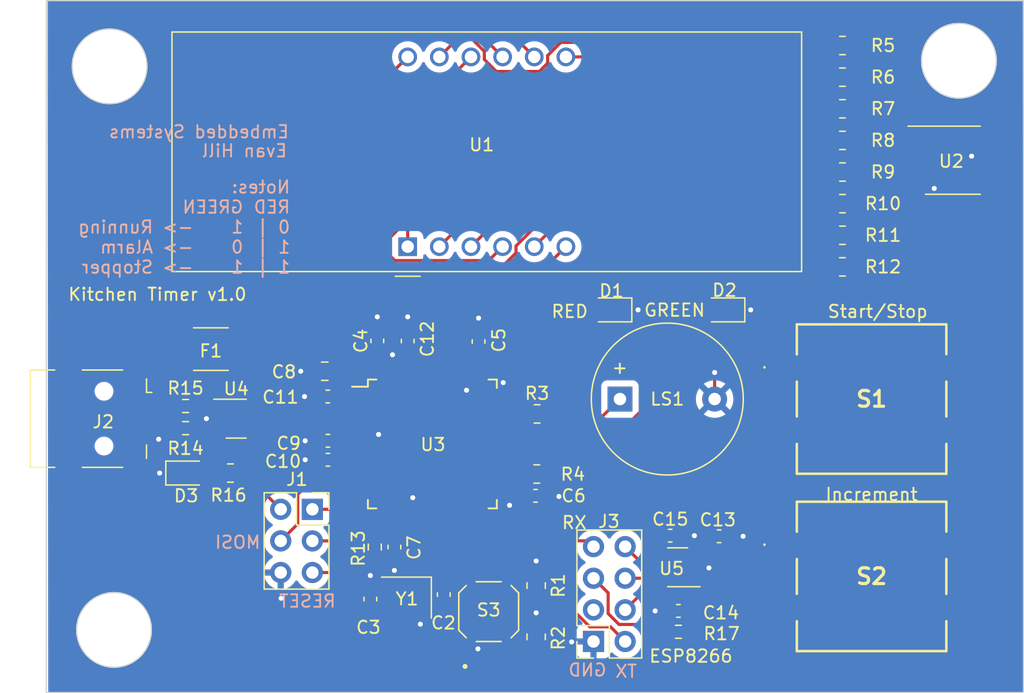
<source format=kicad_pcb>
(kicad_pcb (version 20221018) (generator pcbnew)
  (layers (0 "F.Cu" signal) (31 "B.Cu" signal) (34 "B.Paste" user) (35 "F.Paste" user) (36 "B.SilkS" user "B.Silkscreen") (37 "F.SilkS" user "F.Silkscreen") (38 "B.Mask" user) (39 "F.Mask" user) (44 "Edge.Cuts" user))
  (net 0 "")
  (net 1 "Buzzer")
  (net 2 "GND")
  (net 3 "Net-(D1-A)")
  (net 4 "Net-(D2-A)")
  (net 5 "Net-(U5-BP)")
  (net 6 "+3.3V")
  (net 7 "/a")
  (net 8 "Net-(U1-a)")
  (net 9 "/b")
  (net 10 "Net-(U1-b)")
  (net 11 "/c")
  (net 12 "Net-(U1-c)")
  (net 13 "/d")
  (net 14 "Net-(U1-d)")
  (net 15 "/e")
  (net 16 "Net-(U1-e)")
  (net 17 "/f")
  (net 18 "Net-(U1-f)")
  (net 19 "/g")
  (net 20 "Net-(U1-g)")
  (net 21 "/dp")
  (net 22 "Net-(U1-DPX)")
  (net 24 "AREF")
  (net 25 "+5V")
  (net 27 "Net-(J2-VBUS)")
  (net 28 "GREEN_LED")
  (net 29 "RED_LED")
  (net 31 "XTAL1")
  (net 32 "XTAL2")
  (net 33 "Net-(D3-A)")
  (net 34 "Net-(J2-D-)")
  (net 35 "RESET")
  (net 36 "USB_CONN_D+")
  (net 37 "USB_CONN_D-")
  (net 38 "Net-(J2-D+)")
  (net 39 "Dig4")
  (net 40 "Dig3")
  (net 42 "Dig2")
  (net 43 "Dig1")
  (net 44 "SH_CP")
  (net 45 "USB_D-")
  (net 46 "USB_D+")
  (net 47 "UCAP")
  (net 49 "SCK")
  (net 51 "MOSI")
  (net 52 "MISO")
  (net 53 "Button_2")
  (net 54 "Button_1")
  (net 55 "TX")
  (net 56 "RX")
  (net 57 "ST_CP")
  (net 58 "DS")
  (net 59 "unconnected-(J2-Shield-Pad6)")
  (net 67 "Net-(J3-Pin_5)")
  (footprint "Capacitor_SMD:C_0603_1608Metric" (layer "F.Cu") (at 165.354 85.09 180)
    (fp_text reference "C9")
    (fp_text value "1 uF")
  )
  (footprint "Resistor_SMD:R_0805_2012Metric" (layer "F.Cu") (at 182.118 87.757)
    (fp_text reference "R4")
    (fp_text value "330")
  )
  (footprint "Resistor_SMD:R_0805_2012Metric" (layer "F.Cu") (at 206.6525 71.12 180)
    (fp_text reference "R12")
    (fp_text value "100")
  )
  (footprint "LED_SMD:LED_0805_2012Metric" (layer "F.Cu") (at 154.0256 87.6808)
    (fp_text reference "D3")
    (fp_text value "LED")
  )
  (footprint "Capacitor_SMD:C_0603_1608Metric" (layer "F.Cu") (at 165.341 81.534 180)
    (fp_text reference "C11")
    (fp_text value "0.1 uF")
  )
  (footprint "Resistor_SMD:R_0805_2012Metric" (layer "F.Cu") (at 182.0672 100.838 90)
    (fp_text reference "R2")
    (fp_text value "10k")
  )
  (footprint "Capacitor_SMD:C_0603_1608Metric" (layer "F.Cu") (at 196.7484 92.7608)
    (fp_text reference "C13")
    (fp_text value "1 uF")
  )
  (footprint "Resistor_SMD:R_0805_2012Metric" (layer "F.Cu") (at 206.6525 68.58 180)
    (fp_text reference "R11")
    (fp_text value "100")
  )
  (footprint "Connector_USB:USB_Mini-B_Lumberg_2486_01_Horizontal" (layer "F.Cu") (at 147.379 83.312 -90)
    (fp_text reference "J2")
    (fp_text value "USB_B_Mini")
  )
  (footprint "Resistor_SMD:R_0805_2012Metric" (layer "F.Cu") (at 182.0672 96.7213 90)
    (fp_text reference "R1")
    (fp_text value "10k")
  )
  (footprint "Capacitor_SMD:C_0603_1608Metric" (layer "F.Cu") (at 177.4444 77.1144 90)
    (fp_text reference "C5")
    (fp_text value "0.1 uF")
  )
  (footprint "Resistor_SMD:R_0603_1608Metric" (layer "F.Cu") (at 153.924 84.074)
    (fp_text reference "R14")
    (fp_text value "22")
  )
  (footprint "PTS125_SMD_Button:PTS125_SMD_Button" (layer "F.Cu") (at 208.9912 95.984)
    (fp_text reference "S2")
    (fp_text value "PTS125SM43SMTR21M_LFS" hide)
  )
  (footprint "Package_QFP:TQFP-44_10x10mm_P0.8mm" (layer "F.Cu") (at 173.736 85.344)
    (fp_text reference "U3")
    (fp_text value "ATmega32U4-A")
  )
  (footprint "Connector_PinSocket_2.54mm:PinSocket_2x03_P2.54mm_Vertical" (layer "F.Cu") (at 164.104 90.5914)
    (fp_text reference "J1")
    (fp_text value "AVR-ISP-6")
  )
  (footprint "Resistor_SMD:R_0805_2012Metric" (layer "F.Cu") (at 157.5289 87.6808 180)
    (fp_text reference "R16")
    (fp_text value "1k")
  )
  (footprint "PTS526_SMD_Button:PTS526_SMD_Button" (layer "F.Cu") (at 178.2572 98.8121 90)
    (fp_text reference "S3")
    (fp_text value "PTS526_SM08_SMTR2_LFS")
  )
  (footprint "Connector_PinSocket_2.54mm:PinSocket_2x04_P2.54mm_Vertical" (layer "F.Cu") (at 186.67 101.209 180)
    (fp_text reference "J3")
    (fp_text value "ESP_Conn")
  )
  (footprint "Capacitor_SMD:C_0603_1608Metric" (layer "F.Cu") (at 182.0164 89.5096)
    (fp_text reference "C6")
    (fp_text value "0.1 uF")
  )
  (footprint "LED_SMD:LED_0805_2012Metric" (layer "F.Cu") (at 197.1317 74.5744 180)
    (fp_text reference "D2")
    (fp_text value "LED")
  )
  (footprint "Resistor_SMD:R_0805_2012Metric" (layer "F.Cu") (at 206.6525 58.42 180)
    (fp_text reference "R7")
    (fp_text value "100")
  )
  (footprint "Package_TO_SOT_SMD:SOT-23-6" (layer "F.Cu") (at 157.988 83.312)
    (fp_text reference "U4")
    (fp_text value "USBLC6-2SC6")
  )
  (footprint "LED_SMD:LED_0805_2012Metric" (layer "F.Cu") (at 188.0616 74.5744 180)
    (fp_text reference "D1")
    (fp_text value "LED")
  )
  (footprint "Capacitor_SMD:C_0603_1608Metric" (layer "F.Cu") (at 193.4842 98.7552 180)
    (fp_text reference "C14")
    (fp_text value "2.2 uF")
  )
  (footprint "Package_SO:TSSOP-16_4.4x5mm_P0.65mm" (layer "F.Cu") (at 215.519 62.5525)
    (fp_text reference "U2")
    (fp_text value "74HC595")
  )
  (footprint "Display_7Segment:CA56-12EWA" (layer "F.Cu") (at 171.7548 69.4944 90)
    (fp_text reference "U1")
    (fp_text value "CA56-12EWA")
  )
  (footprint "Resistor_SMD:R_0603_1608Metric" (layer "F.Cu") (at 193.485 100.4316 180)
    (fp_text reference "R17")
    (fp_text value "10k")
  )
  (footprint "Fuse:Fuse_1812_4532Metric" (layer "F.Cu") (at 155.956 77.724)
    (fp_text reference "F1")
    (fp_text value "PTC SMD")
  )
  (footprint "Capacitor_SMD:C_0603_1608Metric" (layer "F.Cu") (at 171.7548 77.0766 90)
    (fp_text reference "C12")
    (fp_text value "0.1 uF")
  )
  (footprint "Resistor_SMD:R_0805_2012Metric" (layer "F.Cu") (at 206.6525 60.96 180)
    (fp_text reference "R8")
    (fp_text value "100")
  )
  (footprint "PTS125_SMD_Button:PTS125_SMD_Button" (layer "F.Cu") (at 208.9912 81.7372)
    (fp_text reference "S1")
    (fp_text value "PTS125SM43SMTR21M_LFS" hide)
  )
  (footprint "Package_TO_SOT_SMD:SOT-23-5" (layer "F.Cu") (at 193.421 95.25 180)
    (fp_text reference "U5")
    (fp_text value "LP2985-3.3")
  )
  (footprint "Capacitor_SMD:C_0603_1608Metric" (layer "F.Cu") (at 169.3164 77.0636 90)
    (fp_text reference "C4")
    (fp_text value "0.1 uF")
  )
  (footprint "Resistor_SMD:R_0603_1608Metric" (layer "F.Cu") (at 169.1132 93.6244 90)
    (fp_text reference "R13")
    (fp_text value "10k")
  )
  (footprint "Capacitor_SMD:C_0603_1608Metric" (layer "F.Cu") (at 170.688 93.6244 -90)
    (fp_text reference "C7")
    (fp_text value "0.1 uF")
  )
  (footprint "Resistor_SMD:R_0805_2012Metric" (layer "F.Cu") (at 206.6525 63.5 180)
    (fp_text reference "R9")
    (fp_text value "100")
  )
  (footprint "Buzzer_Beeper:Buzzer_12x9.5RM7.6" (layer "F.Cu") (at 188.7928 81.7372)
    (fp_text reference "LS1")
    (fp_text value "Speaker")
  )
  (footprint "Resistor_SMD:R_0805_2012Metric" (layer "F.Cu") (at 206.6525 66.04 180)
    (fp_text reference "R10")
    (fp_text value "100")
  )
  (footprint "Resistor_SMD:R_0805_2012Metric" (layer "F.Cu") (at 182.1415 82.931)
    (fp_text reference "R3")
    (fp_text value "330")
  )
  (footprint "Resistor_SMD:R_0603_1608Metric" (layer "F.Cu") (at 153.924 82.296)
    (fp_text reference "R15")
    (fp_text value "22")
  )
  (footprint "Crystal:Crystal_SMD_Abracon_ABM8G-4Pin_3.2x2.5mm" (layer "F.Cu") (at 171.6532 97.6884 180)
    (fp_text reference "Y1")
    (fp_text value "16 MHz")
  )
  (footprint "Capacitor_SMD:C_0603_1608Metric" (layer "F.Cu") (at 192.8238 92.71)
    (fp_text reference "C15")
    (fp_text value "10 nF")
  )
  (footprint "Capacitor_SMD:C_0805_2012Metric" (layer "F.Cu") (at 165.1 79.502 180)
    (fp_text reference "C8")
    (fp_text value "10 uF")
  )
  (footprint "Capacitor_SMD:C_0603_1608Metric" (layer "F.Cu") (at 165.354 86.614 180)
    (fp_text reference "C10")
    (fp_text value "0.1 uF")
  )
  (footprint "Resistor_SMD:R_0805_2012Metric" (layer "F.Cu") (at 206.6525 53.34 180)
    (fp_text reference "R5")
    (fp_text value "100")
  )
  (footprint "Capacitor_SMD:C_0603_1608Metric" (layer "F.Cu") (at 174.6504 97.4474 -90)
    (fp_text reference "C2")
    (fp_text value "22 pF")
  )
  (footprint "Resistor_SMD:R_0805_2012Metric" (layer "F.Cu") (at 206.6525 55.88 180)
    (fp_text reference "R6")
    (fp_text value "100")
  )
  (footprint "Capacitor_SMD:C_0603_1608Metric" (layer "F.Cu") (at 168.7576 97.803 90)
    (fp_text reference "C3")
    (fp_text value "22 pF")
  )
  (gr_circle (center 148.1836 100.2792) (end 151.1836 100.2792) (stroke (width 0.1)) (fill none) (layer "Edge.Cuts"))
  (gr_circle (center 216.0016 54.562) (end 219.0016 54.562) (stroke (width 0.1)) (fill none) (layer "Edge.Cuts"))
  (gr_rect (start 142.748 49.7332) (end 221.1832 105.3084) (stroke (width 0.1)) (fill none) (layer "Edge.Cuts"))
  (gr_circle (center 147.828 55.0136) (end 150.828 55.0136) (stroke (width 0.1)) (fill none) (layer "Edge.Cuts"))
  (gr_text "GND" (at 187.8076 104.0892) (layer "B.SilkS") (effects (font (size 1 1)) (justify left bottom mirror)))
  (gr_text "TX" (at 190.246 104.1908) (layer "B.SilkS") (effects (font (size 1 1)) (justify left bottom mirror)))
  (gr_text "Notes:\nRED	GREEN\n0 |	1	-> Running\n1 |	0	-> Alarm\n1 |	1	-> Stopper" (at 162.4076 71.7296) (layer "B.SilkS") (effects (font (size 1 1)) (justify left bottom mirror)))
  (gr_text "Embedded Systems" (at 162.306 60.8584) (layer "B.SilkS") (effects (font (size 1 1)) (justify left bottom mirror)))
  (gr_text "Evan Hill" (at 162.1536 62.3824) (layer "B.SilkS") (effects (font (size 1 1)) (justify left bottom mirror)))
  (gr_text "RESET" (at 166.0652 98.552) (layer "B.SilkS") (effects (font (size 1 1)) (justify left bottom mirror)))
  (gr_text "MOSI" (at 160.02 93.8276) (layer "B.SilkS") (effects (font (size 1 1)) (justify left bottom mirror)))
  (gr_text "RED" (at 184.7596 75.2856) (layer "F.SilkS") (effects (font (size 1 1)) (justify bottom)))
  (gr_text "RX" (at 184.0484 92.2528) (layer "F.SilkS") (effects (font (size 1 1)) (justify left bottom)))
  (gr_text "Increment\n" (at 208.9912 89.984) (layer "F.SilkS") (effects (font (size 1 1)) (justify bottom)))
  (gr_text "ESP8266" (at 191.0588 102.9716) (layer "F.SilkS") (effects (font (size 1 1)) (justify left bottom)))
  (gr_text "GREEN" (at 190.6524 75.184) (layer "F.SilkS") (effects (font (size 1 1)) (justify left bottom)))
  (gr_text "Start/Stop" (at 205.3844 75.2856) (layer "F.SilkS") (effects (font (size 1 1)) (justify left bottom)))
  (gr_text "Kitchen Timer v1.0" (at 144.4244 73.914) (layer "F.SilkS") (effects (font (size 1 1)) (justify left bottom)))
  (segment (start 184.366 86.144) (end 179.436 86.144) (width 0.25) (layer "F.Cu") (net 1))
  (segment (start 188.7728 81.7372) (end 184.366 86.144) (width 0.25) (layer "F.Cu") (net 1))
  (segment (start 188.7928 81.7372) (end 188.7728 81.7372) (width 0.25) (layer "F.Cu") (net 1))
  (segment (start 163.4744 81.534) (end 164.566 81.534) (width 0.25) (layer "F.Cu") (net 2))
  (segment (start 171.7548 75.1332) (end 171.7548 76.3016) (width 0.25) (layer "F.Cu") (net 2))
  (segment (start 161.564 97.7084) (end 161.5948 97.7392) (width 0.25) (layer "F.Cu") (net 2))
  (segment (start 182.7914 89.5096) (end 183.8452 89.5096) (width 0.25) (layer "F.Cu") (net 2))
  (segment (start 172.7708 99.822) (end 172.7708 98.556) (width 0.25) (layer "F.Cu") (net 2))
  (segment (start 176.4792 81.026) (end 176.936 80.5692) (width 0.25) (layer "F.Cu") (net 2))
  (segment (start 182.0672 98.9076) (end 182.0672 99.9255) (width 0.25) (layer "F.Cu") (net 2))
  (segment (start 217.0201 62.2275) (end 217.0176 62.23) (width 0.25) (layer "F.Cu") (net 2))
  (segment (start 172.1612 91.0188) (end 172.136 91.044) (width 0.25) (layer "F.Cu") (net 2))
  (segment (start 184.912 101.2444) (end 186.6346 101.2444) (width 0.25) (layer "F.Cu") (net 2))
  (segment (start 168.7576 97.028) (end 168.7576 95.9104) (width 0.25) (layer "F.Cu") (net 2))
  (segment (start 151.714 84.912) (end 151.765 84.963) (width 0.25) (layer "F.Cu") (net 2))
  (segment (start 179.436 89.774) (end 179.436 89.344) (width 0.25) (layer "F.Cu") (net 2))
  (segment (start 163.1696 79.502) (end 164.15 79.502) (width 0.25) (layer "F.Cu") (net 2))
  (segment (start 170.5356 79.6436) (end 170.536 79.644) (width 0.25) (layer "F.Cu") (net 2))
  (segment (start 179.9336 90.2716) (end 179.436 89.774) (width 0.25) (layer "F.Cu") (net 2))
  (segment (start 153.0881 87.6808) (end 151.8412 87.6808) (width 0.25) (layer "F.Cu") (net 2))
  (segment (start 170.688 95.504) (end 170.688 94.3994) (width 0.25) (layer "F.Cu") (net 2))
  (segment (start 194.5585 95.25) (end 195.8848 95.25) (width 0.25) (layer "F.Cu") (net 2))
  (segment (start 156.8505 83.312) (end 155.6004 83.312) (width 0.25) (layer "F.Cu") (net 2))
  (segment (start 172.1612 89.662) (end 172.1612 91.0188) (width 0.25) (layer "F.Cu") (net 2))
  (segment (start 169.418 84.582) (end 168.074 84.582) (width 0.25) (layer "F.Cu") (net 2))
  (segment (start 163.5252 85.09) (end 164.579 85.09) (width 0.25) (layer "F.Cu") (net 2))
  (segment (start 179.4256 80.4164) (end 179.4256 81.3336) (width 0.25) (layer "F.Cu") (net 2))
  (segment (start 173.0692 98.2224) (end 172.7532 98.5384) (width 0.25) (layer "F.Cu") (net 2))
  (segment (start 199.2884 74.5744) (end 198.0692 74.5744) (width 0.25) (layer "F.Cu") (net 2))
  (segment (start 172.7708 98.556) (end 172.7532 98.5384) (width 0.25) (layer "F.Cu") (net 2))
  (segment (start 161.564 95.6714) (end 161.564 97.7084) (width 0.25) (layer "F.Cu") (net 2))
  (segment (start 169.3164 75.1332) (end 169.3164 76.2886) (width 0.25) (layer "F.Cu") (net 2))
  (segment (start 177.4444 75.2348) (end 177.4444 76.3394) (width 0.25) (layer "F.Cu") (net 2))
  (segment (start 183.8452 89.5096) (end 183.896 89.5604) (width 0.25) (layer "F.Cu") (net 2))
  (segment (start 196.3928 79.6036) (end 196.3928 81.7372) (width 0.25) (layer "F.Cu") (net 2))
  (segment (start 174.6504 98.2224) (end 173.0692 98.2224) (width 0.25) (layer "F.Cu") (net 2))
  (segment (start 170.5532 96.8384) (end 170.5532 95.6388) (width 0.25) (layer "F.Cu") (net 2))
  (segment (start 194.7672 92.71) (end 193.5988 92.71) (width 0.25) (layer "F.Cu") (net 2))
  (segment (start 212.6632 64.8208) (end 212.6565 64.8275) (width 0.25) (layer "F.Cu") (net 2))
  (segment (start 170.5532 95.6388) (end 170.688 95.504) (width 0.25) (layer "F.Cu") (net 2))
  (segment (start 150.079 84.912) (end 151.714 84.912) (width 0.25) (layer "F.Cu") (net 2))
  (segment (start 163.5252 86.614) (end 164.579 86.614) (width 0.25) (layer "F.Cu") (net 2))
  (segment (start 198.6788 92.7608) (end 197.5234 92.7608) (width 0.25) (layer "F.Cu") (net 2))
  (segment (start 168.074 84.582) (end 168.036 84.544) (width 0.25) (layer "F.Cu") (net 2))
  (segment (start 195.8848 95.25) (end 195.9356 95.3008) (width 0.25) (layer "F.Cu") (net 2))
  (segment (start 182.0672 94.742) (end 182.0672 95.8088) (width 0.25) (layer "F.Cu") (net 2))
  (segment (start 190.246 74.5744) (end 188.9991 74.5744) (width 0.25) (layer "F.Cu") (net 2))
  (segment (start 176.4161 101.8032) (end 176.4072 101.8121) (width 0.25) (layer "F.Cu") (net 2))
  (segment (start 214.0204 64.8208) (end 212.6632 64.8208) (width 0.25) (layer "F.Cu") (net 2))
  (segment (start 179.4256 81.3336) (end 179.436 81.344) (width 0.25) (layer "F.Cu") (net 2))
  (segment (start 218.3815 62.2275) (end 217.0201 62.2275) (width 0.25) (layer "F.Cu") (net 2))
  (segment (start 186.6346 101.2444) (end 186.67 101.209) (width 0.25) (layer "F.Cu") (net 2))
  (segment (start 192.7092 98.7552) (end 191.6176 98.7552) (width 0.25) (layer "F.Cu") (net 2))
  (segment (start 176.936 80.5692) (end 176.936 79.644) (width 0.25) (layer "F.Cu") (net 2))
  (segment (start 170.5356 78.1812) (end 170.5356 79.6436) (width 0.25) (layer "F.Cu") (net 2))
  (segment (start 177.3936 101.8032) (end 176.4161 101.8032) (width 0.25) (layer "F.Cu") (net 2))
  (via (at 177.3936 101.8032) (size 0.8) (drill 0.4) (layers "F.Cu" "B.Cu") (net 2))
  (via (at 199.2884 74.5744) (size 0.8) (drill 0.4) (layers "F.Cu" "B.Cu") (net 2))
  (via (at 169.3164 75.1332) (size 0.8) (drill 0.4) (layers "F.Cu" "B.Cu") (net 2))
  (via (at 172.1612 89.662) (size 0.8) (drill 0.4) (layers "F.Cu" "B.Cu") (net 2))
  (via (at 182.0672 98.9076) (size 0.8) (drill 0.4) (layers "F.Cu" "B.Cu") (net 2))
  (via (at 176.4792 81.026) (size 0.8) (drill 0.4) (layers "F.Cu" "B.Cu") (net 2))
  (via (at 151.8412 87.6808) (size 0.8) (drill 0.4) (layers "F.Cu" "B.Cu") (net 2))
  (via (at 163.5252 85.09) (size 0.8) (drill 0.4) (layers "F.Cu" "B.Cu") (net 2))
  (via (at 184.912 101.2444) (size 0.8) (drill 0.4) (layers "F.Cu" "B.Cu") (net 2))
  (via (at 172.7708 99.822) (size 0.8) (drill 0.4) (layers "F.Cu" "B.Cu") (net 2))
  (via (at 171.7548 75.1332) (size 0.8) (drill 0.4) (layers "F.Cu" "B.Cu") (net 2))
  (via (at 217.0176 62.23) (size 0.8) (drill 0.4) (layers "F.Cu" "B.Cu") (net 2))
  (via (at 169.418 84.582) (size 0.8) (drill 0.4) (layers "F.Cu" "B.Cu") (net 2))
  (via (at 179.9336 90.2716) (size 0.8) (drill 0.4) (layers "F.Cu" "B.Cu") (net 2))
  (via (at 214.0204 64.8208) (size 0.8) (drill 0.4) (layers "F.Cu" "B.Cu") (net 2))
  (via (at 163.1696 79.502) (size 0.8) (drill 0.4) (layers "F.Cu" "B.Cu") (net 2))
  (via (at 170.688 95.504) (size 0.8) (drill 0.4) (layers "F.Cu" "B.Cu") (net 2))
  (via (at 151.765 84.963) (size 0.8) (drill 0.4) (layers "F.Cu" "B.Cu") (net 2))
  (via (at 163.5252 86.614) (size 0.8) (drill 0.4) (layers "F.Cu" "B.Cu") (net 2))
  (via (at 163.4744 81.534) (size 0.8) (drill 0.4) (layers "F.Cu" "B.Cu") (net 2))
  (via (at 155.6004 83.312) (size 0.8) (drill 0.4) (layers "F.Cu" "B.Cu") (net 2))
  (via (at 195.9356 95.3008) (size 0.8) (drill 0.4) (layers "F.Cu" "B.Cu") (net 2))
  (via (at 179.4256 80.4164) (size 0.8) (drill 0.4) (layers "F.Cu" "B.Cu") (net 2))
  (via (at 191.6176 98.7552) (size 0.8) (drill 0.4) (layers "F.Cu" "B.Cu") (net 2))
  (via (at 190.246 74.5744) (size 0.8) (drill 0.4) (layers "F.Cu" "B.Cu") (net 2))
  (via (at 182.0672 94.742) (size 0.8) (drill 0.4) (layers "F.Cu" "B.Cu") (net 2))
  (via (at 194.7672 92.71) (size 0.8) (drill 0.4) (layers "F.Cu" "B.Cu") (net 2))
  (via (at 196.3928 79.6036) (size 0.8) (drill 0.4) (layers "F.Cu" "B.Cu") (net 2))
  (via (at 168.7576 95.9104) (size 0.8) (drill 0.4) (layers "F.Cu" "B.Cu") (net 2))
  (via (at 170.5356 78.1812) (size 0.8) (drill 0.4) (layers "F.Cu" "B.Cu") (net 2))
  (via (at 161.5948 97.7392) (size 0.8) (drill 0.4) (layers "F.Cu" "B.Cu") (net 2))
  (via (at 177.4444 75.2348) (size 0.8) (drill 0.4) (layers "F.Cu" "B.Cu") (net 2))
  (via (at 198.6788 92.7608) (size 0.8) (drill 0.4) (layers "F.Cu" "B.Cu") (net 2))
  (via (at 183.896 89.5604) (size 0.8) (drill 0.4) (layers "F.Cu" "B.Cu") (net 2))
  (segment (start 187.1241 78.0011) (end 183.054 82.0712) (width 0.25) (layer "F.Cu") (net 3))
  (segment (start 187.1241 74.5744) (end 187.1241 78.0011) (width 0.25) (layer "F.Cu") (net 3))
  (segment (start 183.054 82.0712) (end 183.054 82.931) (width 0.25) (layer "F.Cu") (net 3))
  (segment (start 196.1942 74.5744) (end 196.1942 76.9858) (width 0.25) (layer "F.Cu") (net 4))
  (segment (start 185.423 87.757) (end 183.0305 87.757) (width 0.25) (layer "F.Cu") (net 4))
  (segment (start 196.1942 76.9858) (end 185.423 87.757) (width 0.25) (layer "F.Cu") (net 4))
  (segment (start 192.0488 92.71) (end 192.0488 94.0653) (width 0.25) (layer "F.Cu") (net 5))
  (segment (start 192.0488 94.0653) (end 192.2835 94.3) (width 0.25) (layer "F.Cu") (net 5))
  (segment (start 194.2592 98.7552) (end 195.1228 98.7552) (width 0.25) (layer "F.Cu") (net 6))
  (segment (start 195.3768 98.5012) (end 195.3768 99.3648) (width 0.25) (layer "F.Cu") (net 6))
  (segment (start 195.3768 97.536) (end 195.3768 98.5012) (width 0.25) (layer "F.Cu") (net 6))
  (segment (start 192.2835 96.2) (end 192.3644 96.2) (width 0.25) (layer "F.Cu") (net 6))
  (segment (start 192.2835 96.2) (end 191.821 96.2) (width 0.25) (layer "F.Cu") (net 6))
  (segment (start 191.679 96.2) (end 189.21 98.669) (width 0.25) (layer "F.Cu") (net 6))
  (segment (start 195.3768 99.3648) (end 194.31 100.4316) (width 0.25) (layer "F.Cu") (net 6))
  (segment (start 192.2125 96.129) (end 189.21 96.129) (width 0.25) (layer "F.Cu") (net 6))
  (segment (start 192.2835 96.2) (end 192.2125 96.129) (width 0.25) (layer "F.Cu") (net 6))
  (segment (start 193.7004 97.536) (end 195.3768 97.536) (width 0.25) (layer "F.Cu") (net 6))
  (segment (start 192.2835 96.2) (end 191.679 96.2) (width 0.25) (layer "F.Cu") (net 6))
  (segment (start 195.1228 98.7552) (end 195.3768 98.5012) (width 0.25) (layer "F.Cu") (net 6))
  (segment (start 192.3644 96.2) (end 193.7004 97.536) (width 0.25) (layer "F.Cu") (net 6))
  (segment (start 191.821 96.2) (end 189.21 93.589) (width 0.25) (layer "F.Cu") (net 6))
  (segment (start 218.3815 60.9275) (end 214.645041 60.9275) (width 0.25) (layer "F.Cu") (net 7))
  (segment (start 214.645041 60.9275) (end 207.565 53.847459) (width 0.25) (layer "F.Cu") (net 7))
  (segment (start 207.565 53.847459) (end 207.565 53.34) (width 0.25) (layer "F.Cu") (net 7))
  (segment (start 178.875 55.4228) (end 177.9098 54.4576) (width 0.25) (layer "F.Cu") (net 8))
  (segment (start 182.3212 55.4228) (end 178.875 55.4228) (width 0.25) (layer "F.Cu") (net 8))
  (segment (start 175.8696 52.6796) (end 174.2948 54.2544) (width 0.25) (layer "F.Cu") (net 8))
  (segment (start 177.9098 54.4576) (end 177.9098 53.80912) (width 0.25) (layer "F.Cu") (net 8))
  (segment (start 176.78028 52.6796) (end 175.8696 52.6796) (width 0.25) (layer "F.Cu") (net 8))
  (segment (start 182.9898 54.7542) (end 182.3212 55.4228) (width 0.25) (layer "F.Cu") (net 8))
  (segment (start 205.486 53.086) (end 184.0484 53.086) (width 0.25) (layer "F.Cu") (net 8))
  (segment (start 205.74 53.34) (end 205.486 53.086) (width 0.25) (layer "F.Cu") (net 8))
  (segment (start 177.9098 53.80912) (end 176.78028 52.6796) (width 0.25) (layer "F.Cu") (net 8))
  (segment (start 184.0484 53.086) (end 182.9898 54.1446) (width 0.25) (layer "F.Cu") (net 8))
  (segment (start 182.9898 54.1446) (end 182.9898 54.7542) (width 0.25) (layer "F.Cu") (net 8))
  (segment (start 211.328 59.643) (end 207.565 55.88) (width 0.25) (layer "F.Cu") (net 9))
  (segment (start 211.328 60.325) (end 211.328 59.643) (width 0.25) (layer "F.Cu") (net 9))
  (segment (start 211.3755 60.2775) (end 211.328 60.325) (width 0.25) (layer "F.Cu") (net 9))
  (segment (start 212.6565 60.2775) (end 211.3755 60.2775) (width 0.25) (layer "F.Cu") (net 9))
  (segment (start 205.74 55.88) (end 204.1144 54.2544) (width 0.25) (layer "F.Cu") (net 10))
  (segment (start 204.1144 54.2544) (end 184.4548 54.2544) (width 0.25) (layer "F.Cu") (net 10))
  (segment (start 208.534 58.42) (end 207.565 58.42) (width 0.25) (layer "F.Cu") (net 11))
  (segment (start 211.0415 60.9275) (end 208.534 58.42) (width 0.25) (layer "F.Cu") (net 11))
  (segment (start 212.6565 60.9275) (end 211.0415 60.9275) (width 0.25) (layer "F.Cu") (net 11))
  (segment (start 169.800396 69.298804) (end 169.800396 69.689996) (width 0.25) (layer "F.Cu") (net 12))
  (segment (start 201.2696 62.8904) (end 176.2088 62.8904) (width 0.25) (layer "F.Cu") (net 12))
  (segment (start 170.7224 70.612) (end 178.2572 70.612) (width 0.25) (layer "F.Cu") (net 12))
  (segment (start 178.2572 70.612) (end 179.3748 69.4944) (width 0.25) (layer "F.Cu") (net 12))
  (segment (start 169.800396 69.689996) (end 170.7224 70.612) (width 0.25) (layer "F.Cu") (net 12))
  (segment (start 205.74 58.42) (end 201.2696 62.8904) (width 0.25) (layer "F.Cu") (net 12))
  (segment (start 176.2088 62.8904) (end 169.800396 69.298804) (width 0.25) (layer "F.Cu") (net 12))
  (segment (start 210.947 61.595) (end 210.312 60.96) (width 0.25) (layer "F.Cu") (net 13))
  (segment (start 210.9645 61.5775) (end 210.947 61.595) (width 0.25) (layer "F.Cu") (net 13))
  (segment (start 210.312 60.96) (end 207.565 60.96) (width 0.25) (layer "F.Cu") (net 13))
  (segment (start 212.6565 61.5775) (end 210.9645 61.5775) (width 0.25) (layer "F.Cu") (net 13))
  (segment (start 174.2948 69.4944) (end 179.2642 64.525) (width 0.25) (layer "F.Cu") (net 14))
  (segment (start 206.6036 61.8236) (end 205.74 60.96) (width 0.25) (layer "F.Cu") (net 14))
  (segment (start 206.240673 64.525) (end 206.6036 64.162073) (width 0.25) (layer "F.Cu") (net 14))
  (segment (start 179.2642 64.525) (end 206.240673 64.525) (width 0.25) (layer "F.Cu") (net 14))
  (segment (start 206.6036 64.162073) (end 206.6036 61.8236) (width 0.25) (layer "F.Cu") (net 14))
  (segment (start 209.677 63.5) (end 207.565 63.5) (width 0.25) (layer "F.Cu") (net 15))
  (segment (start 212.6565 62.2275) (end 210.9495 62.2275) (width 0.25) (layer "F.Cu") (net 15))
  (segment (start 210.9495 62.2275) (end 209.677 63.5) (width 0.25) (layer "F.Cu") (net 15))
  (segment (start 176.4792 63.5) (end 171.7548 68.2244) (width 0.25) (layer "F.Cu") (net 16))
  (segment (start 205.74 63.5) (end 176.4792 63.5) (width 0.25) (layer "F.Cu") (net 16))
  (segment (start 171.7548 68.2244) (end 171.7548 69.4944) (width 0.25) (layer "F.Cu") (net 16))
  (segment (start 211.074 62.865) (end 207.899 66.04) (width 0.25) (layer "F.Cu") (net 17))
  (segment (start 211.955459 62.865) (end 211.074 62.865) (width 0.25) (layer "F.Cu") (net 17))
  (segment (start 211.967959 62.8775) (end 211.955459 62.865) (width 0.25) (layer "F.Cu") (net 17))
  (segment (start 212.6565 62.8775) (end 211.967959 62.8775) (width 0.25) (layer "F.Cu") (net 17))
  (segment (start 207.899 66.04) (end 207.565 66.04) (width 0.25) (layer "F.Cu") (net 17))
  (segment (start 169.2656 69.7992) (end 169.2656 61.8236) (width 0.25) (layer "F.Cu") (net 18))
  (segment (start 180.4498 69.9942) (end 179.382 71.062) (width 0.25) (layer "F.Cu") (net 18))
  (segment (start 180.4498 69.43912) (end 180.4498 69.9942) (width 0.25) (layer "F.Cu") (net 18))
  (segment (start 205.74 66.04) (end 183.84892 66.04) (width 0.25) (layer "F.Cu") (net 18))
  (segment (start 183.84892 66.04) (end 180.4498 69.43912) (width 0.25) (layer "F.Cu") (net 18))
  (segment (start 170.5284 71.062) (end 169.2656 69.7992) (width 0.25) (layer "F.Cu") (net 18))
  (segment (start 179.382 71.062) (end 170.5284 71.062) (width 0.25) (layer "F.Cu") (net 18))
  (segment (start 169.2656 61.8236) (end 176.8348 54.2544) (width 0.25) (layer "F.Cu") (net 18))
  (segment (start 208.661 66.167) (end 208.661 68.58) (width 0.25) (layer "F.Cu") (net 19))
  (segment (start 211.3005 63.5275) (end 208.661 66.167) (width 0.25) (layer "F.Cu") (net 19))
  (segment (start 208.661 68.58) (end 207.565 68.58) (width 0.25) (layer "F.Cu") (net 19))
  (segment (start 212.6565 63.5275) (end 211.3005 63.5275) (width 0.25) (layer "F.Cu") (net 19))
  (segment (start 184.7596 66.6496) (end 181.9148 69.4944) (width 0.25) (layer "F.Cu") (net 20))
  (segment (start 203.8096 66.6496) (end 184.7596 66.6496) (width 0.25) (layer "F.Cu") (net 20))
  (segment (start 205.74 68.58) (end 203.8096 66.6496) (width 0.25) (layer "F.Cu") (net 20))
  (segment (start 209.111 69.574) (end 207.565 71.12) (width 0.25) (layer "F.Cu") (net 21))
  (segment (start 209.111 66.479) (end 209.111 69.574) (width 0.25) (layer "F.Cu") (net 21))
  (segment (start 212.6565 64.1775) (end 211.4125 64.1775) (width 0.25) (layer "F.Cu") (net 21))
  (segment (start 211.4125 64.1775) (end 209.111 66.479) (width 0.25) (layer "F.Cu") (net 21))
  (segment (start 204.823927 65.4304) (end 180.8988 65.4304) (width 0.25) (layer "F.Cu") (net 22))
  (segment (start 180.8988 65.4304) (end 176.8348 69.4944) (width 0.25) (layer "F.Cu") (net 22))
  (segment (start 205.74 71.12) (end 206.5775 70.2825) (width 0.25) (layer "F.Cu") (net 22))
  (segment (start 206.3914 65.015) (end 205.239327 65.015) (width 0.25) (layer "F.Cu") (net 22))
  (segment (start 205.239327 65.015) (end 204.823927 65.4304) (width 0.25) (layer "F.Cu") (net 22))
  (segment (start 206.5775 70.2825) (end 206.5775 65.2011) (width 0.25) (layer "F.Cu") (net 22))
  (segment (start 206.5775 65.2011) (end 206.3914 65.015) (width 0.25) (layer "F.Cu") (net 22))
  (segment (start 171.7548 78.5368) (end 171.336 78.9556) (width 0.25) (layer "F.Cu") (net 24))
  (segment (start 171.7548 77.8516) (end 171.7548 78.5368) (width 0.25) (layer "F.Cu") (net 24))
  (segment (start 171.336 78.9556) (end 171.336 79.644) (width 0.25) (layer "F.Cu") (net 24))
  (segment (start 169.736 80.519) (end 169.936 80.719) (width 0.25) (layer "F.Cu") (net 25))
  (segment (start 168.4406 94.4494) (end 169.1132 94.4494) (width 0.25) (layer "F.Cu") (net 25))
  (segment (start 175.7542 81.326305) (end 176.178895 81.751) (width 0.25) (layer "F.Cu") (net 25))
  (segment (start 167.2844 98.4504) (end 167.2844 95.6056) (width 0.25) (layer "F.Cu") (net 25))
  (segment (start 176.178895 81.751) (end 176.821 81.751) (width 0.25) (layer "F.Cu") (net 25))
  (segment (start 171.336 92.2014) (end 171.336 91.044) (width 0.25) (layer "F.Cu") (net 25))
  (segment (start 218.3815 60.2775) (end 219.070041 60.2775) (width 0.25) (layer "F.Cu") (net 25))
  (segment (start 195.9734 92.7608) (end 195.9734 92.8851) (width 0.25) (layer "F.Cu") (net 25))
  (segment (start 177.911 81.1878) (end 177.911 87.894) (width 0.25) (layer "F.Cu") (net 25))
  (segment (start 207.8416 104.1836) (end 183.134 104.1836) (width 0.25) (layer "F.Cu") (net 25))
  (segment (start 218.3815 64.1775) (end 219.1341 64.1775) (width 0.25) (layer "F.Cu") (net 25))
  (segment (start 169.1132 94.4494) (end 169.1132 94.4242) (width 0.25) (layer "F.Cu") (net 25))
  (segment (start 168.8596 82.144) (end 168.036 82.144) (width 0.25) (layer "F.Cu") (net 25))
  (segment (start 169.3164 77.8386) (end 169.3164 79.2244) (width 0.25) (layer "F.Cu") (net 25))
  (segment (start 158.6534 87.6808) (end 158.4414 87.6808) (width 0.25) (layer "F.Cu") (net 25))
  (segment (start 169.736 79.644) (end 169.736 80.519) (width 0.25) (layer "F.Cu") (net 25))
  (segment (start 177.4444 77.8894) (end 177.736 78.181) (width 0.25) (layer "F.Cu") (net 25))
  (segment (start 200.1856 98.484) (end 198.2724 96.5708) (width 0.25) (layer "F.Cu") (net 25))
  (segment (start 198.2724 96.5708) (end 194.9293 96.5708) (width 0.25) (layer "F.Cu") (net 25))
  (segment (start 194.5585 96.2) (end 194.174249 96.2) (width 0.25) (layer "F.Cu") (net 25))
  (segment (start 181.2414 89.5096) (end 182.0414 90.3096) (width 0.25) (layer "F.Cu") (net 25))
  (segment (start 164.272 77.724) (end 166.05 79.502) (width 0.25) (layer "F.Cu") (net 25))
  (segment (start 158.138 87.3774) (end 158.4414 87.6808) (width 0.25) (layer "F.Cu") (net 25))
  (segment (start 177.911 87.894) (end 178.561 88.544) (width 0.25) (layer "F.Cu") (net 25))
  (segment (start 169.1132 94.4242) (end 170.688 92.8494) (width 0.25) (layer "F.Cu") (net 25))
  (segment (start 203.1026 90.3096) (end 203.1662 90.3732) (width 0.25) (layer "F.Cu") (net 25))
  (segment (start 193.571 94.6682) (end 193.9392 94.3) (width 0.25) (layer "F.Cu") (net 25))
  (segment (start 169.936 80.719) (end 175.4102 80.719) (width 0.25) (layer "F.Cu") (net 25))
  (segment (start 175.4102 80.719) (end 175.7542 81.063) (width 0.25) (layer "F.Cu") (net 25))
  (segment (start 193.571 95.596751) (end 193.571 94.6682) (width 0.25) (layer "F.Cu") (net 25))
  (segment (start 180.7972 101.1428) (end 180.2014 100.547) (width 0.25) (layer "F.Cu") (net 25))
  (segment (start 175.7542 81.063) (end 175.7542 81.326305) (width 0.25) (layer "F.Cu") (net 25))
  (segment (start 204.8656 84.2372) (end 219.1004 70.0024) (width 0.25) (layer "F.Cu") (net 25))
  (segment (start 169.3164 79.2244) (end 169.736 79.644) (width 0.25) (layer "F.Cu") (net 25))
  (segment (start 178.561 88.544) (end 179.436 88.544) (width 0.25) (layer "F.Cu") (net 25))
  (segment (start 218.8464 93.1788) (end 218.8464 70.2564) (width 0.25) (layer "F.Cu") (net 25))
  (segment (start 201.8412 98.484) (end 203.1662 97.159) (width 0.25) (layer "F.Cu") (net 25))
  (segment (start 194.174249 96.2) (end 193.571 95.596751) (width 0.25) (layer "F.Cu") (net 25))
  (segment (start 170.143 83.4274) (end 168.8596 82.144) (width 0.25) (layer "F.Cu") (net 25))
  (segment (start 168.036 86.144) (end 169.036 86.144) (width 0.25) (layer "F.Cu") (net 25))
  (segment (start 169.381 100.547) (end 167.2844 98.4504) (width 0.25) (layer "F.Cu") (net 25))
  (segment (start 182.974627 104.1836) (end 180.7972 102.006173) (width 0.25) (layer "F.Cu") (net 25))
  (segment (start 158.4414 87.6808) (end 158.4414 96.4654) (width 0.25) (layer "F.Cu") (net 25))
  (segment (start 180.2758 88.544) (end 181.2414 89.5096) (width 0.25) (layer "F.Cu") (net 25))
  (segment (start 218.8464 70.2564) (end 219.1004 70.0024) (width 0.25) (layer "F.Cu") (net 25))
  (segment (start 180.2014 100.547) (end 169.381 100.547) (width 0.25) (layer "F.Cu") (net 25))
  (segment (start 219.444 69.6588) (end 219.1004 70.0024) (width 0.25) (layer "F.Cu") (net 25))
  (segment (start 170.688 92.8494) (end 171.336 92.2014) (width 0.25) (layer "F.Cu") (net 25))
  (segment (start 161.564 90.5914) (end 158.6534 87.6808) (width 0.25) (layer "F.Cu") (net 25))
  (segment (start 219.444 64.4874) (end 219.444 69.6588) (width 0.25) (layer "F.Cu") (net 25))
  (segment (start 167.2844 95.6056) (end 168.4406 94.4494) (width 0.25) (layer "F.Cu") (net 25))
  (segment (start 166.1596 104.1836) (end 183.134 104.1836) (width 0.25) (layer "F.Cu") (net 25))
  (segment (start 177.6476 80.9244) (end 177.911 81.1878) (width 0.25) (layer "F.Cu") (net 25))
  (segment (start 193.9392 94.3) (end 194.5585 94.3) (width 0.25) (layer "F.Cu") (net 25))
  (segment (start 166.05 81.468) (end 166.116 81.534) (width 0.25) (layer "F.Cu") (net 25))
  (segment (start 170.143 85.037) (end 170.143 83.4274) (width 0.25) (layer "F.Cu") (net 25))
  (segment (start 166.05 79.502) (end 166.05 81.468) (width 0.25) (layer "F.Cu") (net 25))
  (segment (start 177.736 78.181) (end 177.736 79.644) (width 0.25) (layer "F.Cu") (net 25))
  (segment (start 180.7972 102.006173) (end 180.7972 101.1428) (width 0.25) (layer "F.Cu") (net 25))
  (segment (start 219.1341 64.1775) (end 219.444 64.4874) (width 0.25) (layer "F.Cu") (net 25))
  (segment (start 179.436 88.544) (end 180.2758 88.544) (width 0.25) (layer "F.Cu") (net 25))
  (segment (start 158.0935 77.724) (end 158.0935 82.664251) (width 0.25) (layer "F.Cu") (net 25))
  (segment (start 166.599 86.144) (end 168.036 86.144) (width 0.25) (layer "F.Cu") (net 25))
  (segment (start 158.0935 77.724) (end 164.272 77.724) (width 0.25) (layer "F.Cu") (net 25))
  (segment (start 159.1255 83.312) (end 158.741249 83.312) (width 0.25) (layer "F.Cu") (net 25))
  (segment (start 177.6476 80.9244) (end 177.736 80.836) (width 0.25) (layer "F.Cu") (net 25))
  (segment (start 166.129 86.614) (end 166.599 86.144) (width 0.25) (layer "F.Cu") (net 25))
  (segment (start 201.8412 84.2372) (end 204.8656 84.2372) (width 0.25) (layer "F.Cu") (net 25))
  (segment (start 166.116 81.534) (end 166.726 82.144) (width 0.25) (layer "F.Cu") (net 25))
  (segment (start 201.8412 98.484) (end 200.1856 98.484) (width 0.25) (layer "F.Cu") (net 25))
  (segment (start 203.1662 97.159) (end 203.1662 90.3732) (width 0.25) (layer "F.Cu") (net 25))
  (segment (start 158.741249 83.312) (end 158.138 83.915249) (width 0.25) (layer "F.Cu") (net 25))
  (segment (start 177.736 80.836) (end 177.736 79.644) (width 0.25) (layer "F.Cu") (net 25))
  (segment (start 194.9293 96.5708) (end 194.5585 96.2) (width 0.25) (layer "F.Cu") (net 25))
  (segment (start 195.9734 92.8851) (end 194.5585 94.3) (width 0.25) (layer "F.Cu") (net 25))
  (segment (start 158.4414 96.4654) (end 166.1596 104.1836) (width 0.25) (layer "F.Cu") (net 25))
  (segment (start 183.134 104.1836) (end 182.974627 104.1836) (width 0.25) (layer "F.Cu") (net 25))
  (segment (start 218.8464 93.1788) (end 207.8416 104.1836) (width 0.25) (layer "F.Cu") (net 25))
  (segment (start 182.0414 90.3096) (end 203.1026 90.3096) (width 0.25) (layer "F.Cu") (net 25))
  (segment (start 169.036 86.144) (end 170.143 85.037) (width 0.25) (layer "F.Cu") (net 25))
  (segment (start 203.1662 90.3732) (end 203.1662 85.5622) (width 0.25) (layer "F.Cu") (net 25))
  (segment (start 158.0935 82.664251) (end 158.741249 83.312) (width 0.25) (layer "F.Cu") (net 25))
  (segment (start 176.821 81.751) (end 177.6476 80.9244) (width 0.25) (layer "F.Cu") (net 25))
  (segment (start 158.138 83.915249) (end 158.138 87.3774) (width 0.25) (layer "F.Cu") (net 25))
  (segment (start 203.1662 85.5622) (end 201.8412 84.2372) (width 0.25) (layer "F.Cu") (net 25))
  (segment (start 166.726 82.144) (end 168.036 82.144) (width 0.25) (layer "F.Cu") (net 25))
  (segment (start 151.816 81.712) (end 151.892 81.788) (width 0.25) (layer "F.Cu") (net 27))
  (segment (start 151.892 79.6505) (end 153.8185 77.724) (width 0.25) (layer "F.Cu") (net 27))
  (segment (start 150.079 81.712) (end 151.816 81.712) (width 0.25) (layer "F.Cu") (net 27))
  (segment (start 151.892 81.788) (end 151.892 79.6505) (width 0.25) (layer "F.Cu") (net 27))
  (segment (start 181.2055 87.757) (end 179.449 87.757) (width 0.25) (layer "F.Cu") (net 28))
  (segment (start 179.449 87.757) (end 179.436 87.744) (width 0.25) (layer "F.Cu") (net 28))
  (segment (start 181.229 82.931) (end 179.449 82.931) (width 0.25) (layer "F.Cu") (net 29))
  (segment (start 179.449 82.931) (end 179.436 82.944) (width 0.25) (layer "F.Cu") (net 29))
  (segment (start 174.4844 96.8384) (end 174.6504 96.6724) (width 0.25) (layer "F.Cu") (net 31))
  (segment (start 172.7532 96.8384) (end 174.4844 96.8384) (width 0.25) (layer "F.Cu") (net 31))
  (segment (start 174.6504 96.6724) (end 174.6504 93.128092) (width 0.25) (layer "F.Cu") (net 31))
  (segment (start 174.6504 93.128092) (end 173.736 92.213692) (width 0.25) (layer "F.Cu") (net 31))
  (segment (start 173.736 92.213692) (end 173.736 91.044) (width 0.25) (layer "F.Cu") (net 31))
  (segment (start 170.5532 98.5384) (end 170.6532 98.5384) (width 0.25) (layer "F.Cu") (net 32))
  (segment (start 171.6024 96.0392) (end 171.782 95.8596) (width 0.25) (layer "F.Cu") (net 32))
  (segment (start 170.5136 98.578) (end 170.5532 98.5384) (width 0.25) (layer "F.Cu") (net 32))
  (segment (start 170.6532 98.5384) (end 171.6024 97.5892) (width 0.25) (layer "F.Cu") (net 32))
  (segment (start 171.6024 97.5892) (end 171.6024 96.0392) (width 0.25) (layer "F.Cu") (net 32))
  (segment (start 172.936 95.4912) (end 172.936 91.044) (width 0.25) (layer "F.Cu") (net 32))
  (segment (start 168.7576 98.578) (end 170.5136 98.578) (width 0.25) (layer "F.Cu") (net 32))
  (segment (start 171.782 95.8596) (end 172.5676 95.8596) (width 0.25) (layer "F.Cu") (net 32))
  (segment (start 172.5676 95.8596) (end 172.936 95.4912) (width 0.25) (layer "F.Cu") (net 32))
  (segment (start 156.6164 87.6808) (end 154.9631 87.6808) (width 0.25) (layer "F.Cu") (net 33))
  (segment (start 152.883 82.512) (end 153.099 82.296) (width 0.25) (layer "F.Cu") (net 34))
  (segment (start 150.079 82.512) (end 152.883 82.512) (width 0.25) (layer "F.Cu") (net 34))
  (segment (start 170.536 91.044) (end 170.536 91.748583) (width 0.25) (layer "F.Cu") (net 35))
  (segment (start 170.0276 102.7684) (end 166.2176 98.9584) (width 0.25) (layer "F.Cu") (net 35))
  (segment (start 166.2412 95.6714) (end 169.1132 92.7994) (width 0.25) (layer "F.Cu") (net 35))
  (segment (start 169.485183 92.7994) (end 169.1132 92.7994) (width 0.25) (layer "F.Cu") (net 35))
  (segment (start 179.9844 102.7684) (end 170.0276 102.7684) (width 0.25) (layer "F.Cu") (net 35))
  (segment (start 180.1072 102.6456) (end 179.9844 102.7684) (width 0.25) (layer "F.Cu") (net 35))
  (segment (start 166.2176 98.9584) (end 166.2176 95.695) (width 0.25) (layer "F.Cu") (net 35))
  (segment (start 164.104 95.6714) (end 166.2412 95.6714) (width 0.25) (layer "F.Cu") (net 35))
  (segment (start 166.2176 95.695) (end 166.2412 95.6714) (width 0.25) (layer "F.Cu") (net 35))
  (segment (start 170.536 91.748583) (end 169.485183 92.7994) (width 0.25) (layer "F.Cu") (net 35))
  (segment (start 180.1072 101.8121) (end 180.1072 102.6456) (width 0.25) (layer "F.Cu") (net 35))
  (segment (start 154.749 84.074) (end 154.937 84.262) (width 0.2) (layer "F.Cu") (net 36))
  (segment (start 154.937 84.262) (end 156.8505 84.262) (width 0.2) (layer "F.Cu") (net 36))
  (segment (start 156.7845 82.296) (end 156.8505 82.362) (width 0.2) (layer "F.Cu") (net 37))
  (segment (start 154.749 82.296) (end 156.7845 82.296) (width 0.2) (layer "F.Cu") (net 37))
  (segment (start 150.079 83.312) (end 152.337 83.312) (width 0.25) (layer "F.Cu") (net 38))
  (segment (start 152.337 83.312) (end 153.099 84.074) (width 0.25) (layer "F.Cu") (net 38))
  (segment (start 182.118 83.567673) (end 182.118 71.8312) (width 0.25) (layer "F.Cu") (net 39))
  (segment (start 180.516327 83.744) (end 180.728327 83.956) (width 0.25) (layer "F.Cu") (net 39))
  (segment (start 182.118 71.8312) (end 184.4548 69.4944) (width 0.25) (layer "F.Cu") (net 39))
  (segment (start 180.728327 83.956) (end 181.729673 83.956) (width 0.25) (layer "F.Cu") (net 39))
  (segment (start 179.436 83.744) (end 180.516327 83.744) (width 0.25) (layer "F.Cu") (net 39))
  (segment (start 181.729673 83.956) (end 182.118 83.567673) (width 0.25) (layer "F.Cu") (net 39))
  (segment (start 170.593 85.223396) (end 170.593 82.176) (width 0.25) (layer "F.Cu") (net 40))
  (segment (start 169.736 91.044) (end 169.736 86.080396) (width 0.25) (layer "F.Cu") (net 40))
  (segment (start 170.593 82.176) (end 168.0464 79.6294) (width 0.25) (layer "F.Cu") (net 40))
  (segment (start 171.4428 51.7724) (end 179.4328 51.7724) (width 0.25) (layer "F.Cu") (net 40))
  (segment (start 167.9156 70.946) (end 167.9156 55.2996) (width 0.25) (layer "F.Cu") (net 40))
  (segment (start 164.9222 75.6666) (end 164.9222 73.9394) (width 0.25) (layer "F.Cu") (net 40))
  (segment (start 179.4328 51.7724) (end 181.9148 54.2544) (width 0.25) (layer "F.Cu") (net 40))
  (segment (start 168.0464 79.6294) (end 168.0464 78.7908) (width 0.25) (layer "F.Cu") (net 40))
  (segment (start 169.736 86.080396) (end 170.593 85.223396) (width 0.25) (layer "F.Cu") (net 40))
  (segment (start 168.0464 78.7908) (end 164.9222 75.6666) (width 0.25) (layer "F.Cu") (net 40))
  (segment (start 167.9156 55.2996) (end 171.4428 51.7724) (width 0.25) (layer "F.Cu") (net 40))
  (segment (start 164.9222 73.9394) (end 167.9156 70.946) (width 0.25) (layer "F.Cu") (net 40))
  (segment (start 180.076695 78.74) (end 180.0932 78.74) (width 0.25) (layer "F.Cu") (net 42))
  (segment (start 180.0932 73.406) (end 170.2308 73.406) (width 0.25) (layer "F.Cu") (net 42))
  (segment (start 179.436 86.944) (end 178.561 86.944) (width 0.25) (layer "F.Cu") (net 42))
  (segment (start 168.3656 71.5408) (end 168.3656 55.51) (width 0.25) (layer "F.Cu") (net 42))
  (segment (start 178.361 80.455695) (end 180.076695 78.74) (width 0.25) (layer "F.Cu") (net 42))
  (segment (start 171.6532 52.2224) (end 177.3428 52.2224) (width 0.25) (layer "F.Cu") (net 42))
  (segment (start 168.3656 55.51) (end 171.6532 52.2224) (width 0.25) (layer "F.Cu") (net 42))
  (segment (start 178.561 86.944) (end 178.361 86.744) (width 0.25) (layer "F.Cu") (net 42))
  (segment (start 177.3428 52.2224) (end 179.3748 54.2544) (width 0.25) (layer "F.Cu") (net 42))
  (segment (start 170.2308 73.406) (end 168.3656 71.5408) (width 0.25) (layer "F.Cu") (net 42))
  (segment (start 180.0932 78.74) (end 180.0932 73.406) (width 0.25) (layer "F.Cu") (net 42))
  (segment (start 178.361 86.744) (end 178.361 80.455695) (width 0.25) (layer "F.Cu") (net 42))
  (segment (start 168.8156 71.0256) (end 168.8156 57.1936) (width 0.25) (layer "F.Cu") (net 43))
  (segment (start 180.5432 73.219604) (end 179.815196 72.4916) (width 0.25) (layer "F.Cu") (net 43))
  (segment (start 180.436 82.144) (end 180.5432 82.0368) (width 0.25) (layer "F.Cu") (net 43))
  (segment (start 170.2816 72.4916) (end 168.8156 71.0256) (width 0.25) (layer "F.Cu") (net 43))
  (segment (start 179.815196 72.4916) (end 170.2816 72.4916) (width 0.25) (layer "F.Cu") (net 43))
  (segment (start 180.5432 82.0368) (end 180.5432 73.219604) (width 0.25) (layer "F.Cu") (net 43))
  (segment (start 179.436 82.144) (end 180.436 82.144) (width 0.25) (layer "F.Cu") (net 43))
  (segment (start 168.8156 57.1936) (end 171.7548 54.2544) (width 0.25) (layer "F.Cu") (net 43))
  (segment (start 164.4722 76.056196) (end 164.4722 73.753004) (width 0.25) (layer "F.Cu") (net 44))
  (segment (start 219.520041 60.0775) (end 219.520041 63.0775) (width 0.25) (layer "F.Cu") (net 44))
  (segment (start 219.195041 59.7525) (end 219.520041 60.0775) (width 0.25) (layer "F.Cu") (net 44))
  (segment (start 164.4722 73.753004) (end 167.4656 70.759604) (width 0.25) (layer "F.Cu") (net 44))
  (segment (start 167.3352 78.919196) (end 164.4722 76.056196) (width 0.25) (layer "F.Cu") (net 44))
  (segment (start 167.3352 80.6432) (end 167.3352 78.919196) (width 0.25) (layer "F.Cu") (net 44))
  (segment (start 167.4656 55.113204) (end 171.256404 51.3224) (width 0.25) (layer "F.Cu") (net 44))
  (segment (start 168.036 81.344) (end 167.3352 80.6432) (width 0.25) (layer "F.Cu") (net 44))
  (segment (start 215.7085 59.7525) (end 219.195041 59.7525) (width 0.25) (layer "F.Cu") (net 44))
  (segment (start 207.2784 51.3224) (end 215.7085 59.7525) (width 0.25) (layer "F.Cu") (net 44))
  (segment (start 219.070041 63.5275) (end 218.3815 63.5275) (width 0.25) (layer "F.Cu") (net 44))
  (segment (start 167.4656 70.759604) (end 167.4656 55.113204) (width 0.25) (layer "F.Cu") (net 44))
  (segment (start 219.520041 63.0775) (end 219.070041 63.5275) (width 0.25) (layer "F.Cu") (net 44))
  (segment (start 171.256404 51.3224) (end 207.2784 51.3224) (width 0.25) (layer "F.Cu") (net 44))
  (segment (start 160.086 82.362) (end 160.528 82.804) (width 0.2) (layer "F.Cu") (net 45))
  (segment (start 159.1255 82.362) (end 160.086 82.362) (width 0.2) (layer "F.Cu") (net 45))
  (segment (start 166.624 82.804) (end 166.764 82.944) (width 0.2) (layer "F.Cu") (net 45))
  (segment (start 160.528 82.804) (end 166.624 82.804) (width 0.2) (layer "F.Cu") (net 45))
  (segment (start 166.764 82.944) (end 168.036 82.944) (width 0.2) (layer "F.Cu") (net 45))
  (segment (start 159.1255 84.262) (end 160.086 84.262) (width 0.2) (layer "F.Cu") (net 46))
  (segment (start 160.086 84.262) (end 160.604 83.744) (width 0.2) (layer "F.Cu") (net 46))
  (segment (start 160.604 83.744) (end 168.036 83.744) (width 0.2) (layer "F.Cu") (net 46))
  (segment (start 166.383 85.344) (end 168.036 85.344) (width 0.25) (layer "F.Cu") (net 47))
  (segment (start 166.129 85.09) (end 166.383 85.344) (width 0.25) (layer "F.Cu") (net 47))
  (segment (start 164.104 93.1314) (end 165.9236 93.1314) (width 0.25) (layer "F.Cu") (net 49))
  (segment (start 165.9236 93.1314) (end 169.111 89.944) (width 0.25) (layer "F.Cu") (net 49))
  (segment (start 168.77 87.744) (end 168.036 87.744) (width 0.25) (layer "F.Cu") (net 49))
  (segment (start 169.111 88.085) (end 168.77 87.744) (width 0.25) (layer "F.Cu") (net 49))
  (segment (start 169.111 89.944) (end 169.111 88.085) (width 0.25) (layer "F.Cu") (net 49))
  (segment (start 162.929 91.7664) (end 162.929 89.3946) (width 0.25) (layer "F.Cu") (net 51))
  (segment (start 161.564 93.1314) (end 162.929 91.7664) (width 0.25) (layer "F.Cu") (net 51))
  (segment (start 163.7796 88.544) (end 168.036 88.544) (width 0.25) (layer "F.Cu") (net 51))
  (segment (start 162.929 89.3946) (end 163.7796 88.544) (width 0.25) (layer "F.Cu") (net 51))
  (segment (start 166.7886 90.5914) (end 168.036 89.344) (width 0.25) (layer "F.Cu") (net 52))
  (segment (start 164.104 90.5914) (end 166.7886 90.5914) (width 0.25) (layer "F.Cu") (net 52))
  (segment (start 199.627996 103.7336) (end 184.0503 103.7336) (width 0.25) (layer "F.Cu") (net 53))
  (segment (start 174.536 92.377296) (end 174.536 91.044) (width 0.25) (layer "F.Cu") (net 53))
  (segment (start 216.1412 93.484) (end 204.9152 93.484) (width 0.25) (layer "F.Cu") (net 53))
  (segment (start 204.0662 99.295396) (end 199.627996 103.7336) (width 0.25) (layer "F.Cu") (net 53))
  (segment (start 180.242504 98.0838) (end 174.536 92.377296) (width 0.25) (layer "F.Cu") (net 53))
  (segment (start 182.0672 101.7505) (end 180.242504 99.925804) (width 0.25) (layer "F.Cu") (net 53))
  (segment (start 184.0503 103.7336) (end 182.0672 101.7505) (width 0.25) (layer "F.Cu") (net 53))
  (segment (start 180.242504 99.925804) (end 180.242504 98.0838) (width 0.25) (layer "F.Cu") (net 53))
  (segment (start 204.0662 94.333) (end 204.0662 99.295396) (width 0.25) (layer "F.Cu") (net 53))
  (segment (start 204.9152 93.484) (end 204.0662 94.333) (width 0.25) (layer "F.Cu") (net 53))
  (segment (start 203.6162 85.4866) (end 203.6162 99.109) (width 0.25) (layer "F.Cu") (net 54))
  (segment (start 210.501996 79.2372) (end 205.051996 84.6872) (width 0.25) (layer "F.Cu") (net 54))
  (segment (start 205.051996 84.6872) (end 204.4156 84.6872) (width 0.25) (layer "F.Cu") (net 54))
  (segment (start 199.4416 103.2836) (end 184.462 103.2836) (width 0.25) (layer "F.Cu") (net 54))
  (segment (start 180.4289 97.6338) (end 175.336 92.5409) (width 0.25) (layer "F.Cu") (net 54))
  (segment (start 203.6162 99.109) (end 199.4416 103.2836) (width 0.25) (layer "F.Cu") (net 54))
  (segment (start 175.336 92.5409) (end 175.336 91.044) (width 0.25) (layer "F.Cu") (net 54))
  (segment (start 183.0922 101.9138) (end 183.0922 98.6588) (width 0.25) (layer "F.Cu") (net 54))
  (segment (start 204.4156 84.6872) (end 203.6162 85.4866) (width 0.25) (layer "F.Cu") (net 54))
  (segment (start 216.1412 79.2372) (end 210.501996 79.2372) (width 0.25) (layer "F.Cu") (net 54))
  (segment (start 182.0672 97.6338) (end 180.4289 97.6338) (width 0.25) (layer "F.Cu") (net 54))
  (segment (start 184.462 103.2836) (end 183.0922 101.9138) (width 0.25) (layer "F.Cu") (net 54))
  (segment (start 183.0922 98.6588) (end 182.0672 97.6338) (width 0.25) (layer "F.Cu") (net 54))
  (segment (start 189.21 101.209) (end 188.035 100.034) (width 0.25) (layer "F.Cu") (net 55))
  (segment (start 176.136 92.349996) (end 176.136 91.044) (width 0.25) (layer "F.Cu") (net 55))
  (segment (start 184.658 98.318701) (end 184.658 93.5736) (width 0.25) (layer "F.Cu") (net 55))
  (segment (start 177.359604 93.5736) (end 176.136 92.349996) (width 0.25) (layer "F.Cu") (net 55))
  (segment (start 186.373299 100.034) (end 184.658 98.318701) (width 0.25) (layer "F.Cu") (net 55))
  (segment (start 188.035 100.034) (end 186.373299 100.034) (width 0.25) (layer "F.Cu") (net 55))
  (segment (start 184.658 93.5736) (end 177.359604 93.5736) (width 0.25) (layer "F.Cu") (net 55))
  (segment (start 176.936 92.5136) (end 176.936 91.044) (width 0.25) (layer "F.Cu") (net 56))
  (segment (start 186.2046 93.1236) (end 177.546 93.1236) (width 0.25) (layer "F.Cu") (net 56))
  (segment (start 177.546 93.1236) (end 176.936 92.5136) (width 0.25) (layer "F.Cu") (net 56))
  (segment (start 186.67 93.589) (end 186.2046 93.1236) (width 0.25) (layer "F.Cu") (net 56))
  (segment (start 184.3415 83.805569) (end 182.803069 85.344) (width 0.25) (layer "F.Cu") (net 57))
  (segment (start 184.3415 82.3077) (end 184.3415 83.805569) (width 0.25) (layer "F.Cu") (net 57))
  (segment (start 193.7004 72.9488) (end 184.3415 82.3077) (width 0.25) (layer "F.Cu") (net 57))
  (segment (start 218.3815 62.8775) (end 217.692959 62.8775) (width 0.25) (layer "F.Cu") (net 57))
  (segment (start 215.1954 67.0494) (end 209.296 72.9488) (width 0.25) (layer "F.Cu") (net 57))
  (segment (start 182.803069 85.344) (end 179.436 85.344) (width 0.25) (layer "F.Cu") (net 57))
  (segment (start 215.1954 65.375059) (end 215.1954 67.0494) (width 0.25) (layer "F.Cu") (net 57))
  (segment (start 217.692959 62.8775) (end 215.1954 65.375059) (width 0.25) (layer "F.Cu") (net 57))
  (segment (start 209.296 72.9488) (end 193.7004 72.9488) (width 0.25) (layer "F.Cu") (net 57))
  (segment (start 218.309 61.505) (end 218.3815 61.5775) (width 0.25) (layer "F.Cu") (net 58))
  (segment (start 179.436 84.544) (end 182.966673 84.544) (width 0.25) (layer "F.Cu") (net 58))
  (segment (start 183.8915 81.9449) (end 193.4972 72.3392) (width 0.25) (layer "F.Cu") (net 58))
  (segment (start 182.966673 84.544) (end 183.8915 83.619173) (width 0.25) (layer "F.Cu") (net 58))
  (segment (start 214.7454 62.521) (end 215.7614 61.505) (width 0.25) (layer "F.Cu") (net 58))
  (segment (start 183.8915 83.619173) (end 183.8915 81.9449) (width 0.25) (layer "F.Cu") (net 58))
  (segment (start 214.7454 66.5342) (end 214.7454 62.521) (width 0.25) (layer "F.Cu") (net 58))
  (segment (start 193.4972 72.3392) (end 208.9404 72.3392) (width 0.25) (layer "F.Cu") (net 58))
  (segment (start 208.9404 72.3392) (end 214.7454 66.5342) (width 0.25) (layer "F.Cu") (net 58))
  (segment (start 215.7614 61.505) (end 218.309 61.505) (width 0.25) (layer "F.Cu") (net 58))
  (segment (start 149.979 78.862) (end 144.529 78.862) (width 0.25) (layer "F.Cu") (net 59))
  (segment (start 144.529 78.862) (end 144.529 87.762) (width 0.25) (layer "F.Cu") (net 59))
  (segment (start 144.529 87.762) (end 149.979 87.762) (width 0.25) (layer "F.Cu") (net 59))
  (segment (start 187.845 97.304) (end 186.67 96.129) (width 0.25) (layer "F.Cu") (net 67))
  (segment (start 191.1702 99.844) (end 188.723299 99.844) (width 0.25) (layer "F.Cu") (net 67))
  (segment (start 188.723299 99.844) (end 187.845 98.965701) (width 0.25) (layer "F.Cu") (net 67))
  (segment (start 187.845 98.965701) (end 187.845 97.304) (width 0.25) (layer "F.Cu") (net 67))
  (segment (start 191.7578 100.4316) (end 191.1702 99.844) (width 0.25) (layer "F.Cu") (net 67))
  (segment (start 192.66 100.4316) (end 191.7578 100.4316) (width 0.25) (layer "F.Cu") (net 67))
  (zone (net 2) (net_name "GND") (layer "B.Cu") (connect_pads (clearance 0.5)) (min_thickness 0.25) (fill yes (thermal_gap 0.5) (thermal_bridge_width 0.5))
    (polygon (pts (xy 142.8496 49.6824) (xy 221.1324 49.7332) (xy 221.1832 105.3592) (xy 142.9004 105.3084)))
  )
)
</source>
